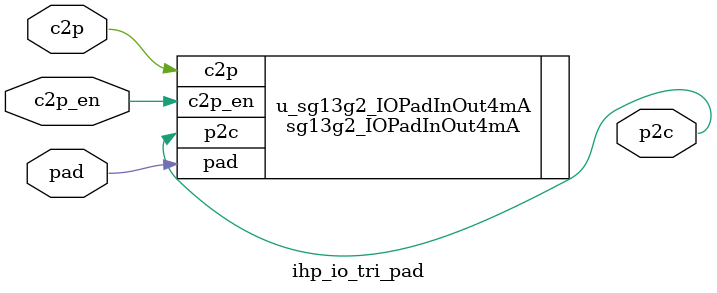
<source format=v>
module ihp_io_tri_pad (
    inout  pad,
    input  c2p,
    input  c2p_en,
    output p2c
);

  (* keep *) (* dont_touch = "true" *)
  sg13g2_IOPadInOut4mA u_sg13g2_IOPadInOut4mA (
      .pad   (pad),
      .c2p   (c2p),
      .c2p_en(c2p_en),
      .p2c   (p2c)
  );

endmodule
</source>
